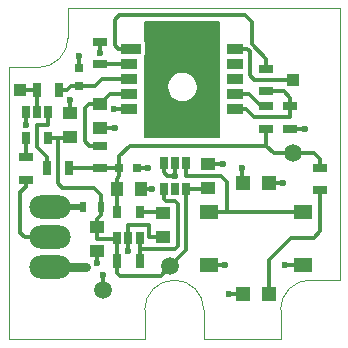
<source format=gbr>
G04 #@! TF.FileFunction,Copper,L1,Top,Signal*
%FSLAX46Y46*%
G04 Gerber Fmt 4.6, Leading zero omitted, Abs format (unit mm)*
G04 Created by KiCad (PCBNEW 4.0.7-e2-6376~61~ubuntu18.04.1) date Sat Feb  2 14:08:29 2019*
%MOMM*%
%LPD*%
G01*
G04 APERTURE LIST*
%ADD10C,0.100000*%
%ADD11R,1.422000X0.864000*%
%ADD12R,1.676000X0.864000*%
%ADD13R,0.650000X1.060000*%
%ADD14R,1.200000X1.200000*%
%ADD15R,0.500000X0.900000*%
%ADD16O,3.500000X2.000000*%
%ADD17R,1.550000X1.300000*%
%ADD18R,1.250000X1.000000*%
%ADD19R,1.000000X1.250000*%
%ADD20R,1.300000X0.700000*%
%ADD21R,0.700000X1.300000*%
%ADD22R,0.750000X0.800000*%
%ADD23R,0.800000X0.750000*%
%ADD24C,1.500000*%
%ADD25R,1.000000X1.000000*%
%ADD26C,0.600000*%
%ADD27C,0.350000*%
%ADD28C,0.300000*%
%ADD29C,0.750000*%
%ADD30C,0.500000*%
%ADD31C,0.200000*%
G04 APERTURE END LIST*
D10*
X116500000Y-125500000D02*
X116500000Y-128000000D01*
X111500000Y-125500000D02*
X111500000Y-128000000D01*
X114000000Y-123000000D02*
G75*
G03X111500000Y-125500000I0J-2500000D01*
G01*
X116500000Y-125500000D02*
G75*
G03X114000000Y-123000000I-2500000J0D01*
G01*
X100000000Y-128000000D02*
X111500000Y-128000000D01*
X105000000Y-100000000D02*
X128000000Y-100000000D01*
X128000000Y-123000000D02*
X128000000Y-100000000D01*
X116500000Y-128000000D02*
X123000000Y-128000000D01*
X100000000Y-128000000D02*
X100000000Y-105000000D01*
X100000000Y-105000000D02*
X102500000Y-105000000D01*
X105000000Y-102500000D02*
X105000000Y-100000000D01*
X105000000Y-102500000D02*
G75*
G02X102500000Y-105000000I-2500000J0D01*
G01*
X123000000Y-125500000D02*
G75*
G02X125500000Y-123000000I2500000J0D01*
G01*
X123000000Y-125500000D02*
X123000000Y-128000000D01*
X125500000Y-123000000D02*
X128000000Y-123000000D01*
D11*
X119177000Y-108505000D03*
X119177000Y-107235000D03*
X119177000Y-105965000D03*
X119177000Y-104695000D03*
X119177000Y-103425000D03*
X110199000Y-108505000D03*
X110199000Y-107235000D03*
X110199000Y-105965000D03*
X110199000Y-104695000D03*
D12*
X110371500Y-103425000D03*
D13*
X103312000Y-108755000D03*
X102362000Y-108755000D03*
X101412000Y-108755000D03*
X101412000Y-110955000D03*
X103312000Y-110955000D03*
X109159000Y-119464000D03*
X110109000Y-119464000D03*
X111059000Y-119464000D03*
X111059000Y-117264000D03*
X109159000Y-117264000D03*
D14*
X122004000Y-124206000D03*
X119804000Y-124206000D03*
X119804000Y-114808000D03*
X122004000Y-114808000D03*
D15*
X107811000Y-116840000D03*
X106311000Y-116840000D03*
D16*
X103505000Y-116840000D03*
X103505000Y-119380000D03*
X103505000Y-121920000D03*
D17*
X124884000Y-117257000D03*
X124884000Y-121757000D03*
X116924000Y-121757000D03*
X116924000Y-117257000D03*
D13*
X114996000Y-113073000D03*
X114046000Y-113073000D03*
X113096000Y-113073000D03*
X113096000Y-115273000D03*
X114996000Y-115273000D03*
X114046000Y-115273000D03*
D18*
X107696000Y-110093000D03*
X107696000Y-108093000D03*
X105156000Y-108855000D03*
X105156000Y-110855000D03*
X116840000Y-113173000D03*
X116840000Y-115173000D03*
X113030000Y-117364000D03*
X113030000Y-119364000D03*
D19*
X109172500Y-115316000D03*
X111172500Y-115316000D03*
D20*
X121793000Y-110170000D03*
X121793000Y-108270000D03*
X121793000Y-106995000D03*
X121793000Y-105095000D03*
X123825000Y-108270000D03*
X123825000Y-110170000D03*
D21*
X104264500Y-106870500D03*
X102364500Y-106870500D03*
D20*
X101409500Y-112588000D03*
X101409500Y-114488000D03*
D21*
X105090000Y-113538000D03*
X103190000Y-113538000D03*
X111059000Y-121412000D03*
X109159000Y-121412000D03*
D20*
X126365000Y-115377000D03*
X126365000Y-113477000D03*
X107696000Y-102809000D03*
X107696000Y-104709000D03*
D18*
X107442000Y-118507000D03*
X107442000Y-120507000D03*
D22*
X105918000Y-105041000D03*
X105918000Y-106541000D03*
D23*
X110859000Y-113538000D03*
X109359000Y-113538000D03*
D20*
X107696000Y-111635500D03*
X107696000Y-113535500D03*
D24*
X113665000Y-121793000D03*
X124079000Y-112268000D03*
X107950000Y-123825000D03*
D25*
X100965000Y-106870500D03*
X124079000Y-106045000D03*
D26*
X116967000Y-105918000D03*
X116967000Y-108712000D03*
X115443000Y-108712000D03*
X113919000Y-108712000D03*
X112395000Y-108712000D03*
X112395000Y-105918000D03*
X112395000Y-103378000D03*
X113919000Y-103378000D03*
X115443000Y-103378000D03*
X116967000Y-103378000D03*
X101412000Y-109855000D03*
X108919000Y-108505000D03*
X118618000Y-124206000D03*
X125031500Y-110172500D03*
X107950000Y-122555000D03*
X107442000Y-121539000D03*
X118328000Y-121757000D03*
X123408000Y-121757000D03*
X123190000Y-114808000D03*
X114046000Y-114173000D03*
X105791000Y-121920000D03*
X106553000Y-121920000D03*
X111760000Y-113538000D03*
X112141000Y-115316000D03*
X118110000Y-113157000D03*
X108950000Y-110093000D03*
X105156000Y-107759500D03*
X105918000Y-104013000D03*
X110109000Y-120523000D03*
X119761000Y-113538000D03*
X107696000Y-103759000D03*
D27*
X107811000Y-115824000D02*
X107811000Y-115812000D01*
X107811000Y-115812000D02*
X107188000Y-115189000D01*
X104140000Y-114808000D02*
X104140000Y-110955000D01*
X104521000Y-115189000D02*
X107188000Y-115189000D01*
X104140000Y-114808000D02*
X104521000Y-115189000D01*
X113665000Y-121793000D02*
X114996000Y-120462000D01*
X114996000Y-120462000D02*
X114996000Y-115273000D01*
X113665000Y-121793000D02*
X112839500Y-122618500D01*
X109159000Y-122367000D02*
X109159000Y-121412000D01*
X109410500Y-122618500D02*
X109159000Y-122367000D01*
X112839500Y-122618500D02*
X109410500Y-122618500D01*
X107811000Y-116840000D02*
X107811000Y-117487000D01*
X107442000Y-117856000D02*
X107442000Y-118507000D01*
X107811000Y-117487000D02*
X107442000Y-117856000D01*
X107442000Y-118507000D02*
X107442000Y-119523000D01*
X107442000Y-119523000D02*
X109100000Y-119523000D01*
X107811000Y-116840000D02*
X107811000Y-115824000D01*
X116740000Y-115273000D02*
X116840000Y-115173000D01*
X114996000Y-115273000D02*
X116740000Y-115273000D01*
X116840000Y-115173000D02*
X116824000Y-115189000D01*
X109159000Y-119464000D02*
X109159000Y-121412000D01*
X109100000Y-119523000D02*
X109159000Y-119464000D01*
X103312000Y-110955000D02*
X104140000Y-110955000D01*
X104140000Y-110955000D02*
X105056000Y-110955000D01*
X105056000Y-110955000D02*
X105156000Y-110855000D01*
X124079000Y-112268000D02*
X125857000Y-112268000D01*
X126365000Y-112776000D02*
X126365000Y-113477000D01*
X125857000Y-112268000D02*
X126365000Y-112776000D01*
X124079000Y-112268000D02*
X122428000Y-112268000D01*
X122428000Y-112268000D02*
X121793000Y-111633000D01*
X121793000Y-110170000D02*
X121793000Y-111633000D01*
X110236000Y-111633000D02*
X121793000Y-111633000D01*
X107693500Y-113538000D02*
X107696000Y-113535500D01*
X107698500Y-113538000D02*
X107696000Y-113535500D01*
X109359000Y-113538000D02*
X109359000Y-114224500D01*
X109359000Y-114224500D02*
X109172500Y-114411000D01*
X109172500Y-114411000D02*
X109172500Y-115316000D01*
X109359000Y-112510000D02*
X110236000Y-111633000D01*
X109359000Y-112510000D02*
X109359000Y-113538000D01*
X105090000Y-113538000D02*
X107693500Y-113538000D01*
X109359000Y-113538000D02*
X107698500Y-113538000D01*
X109159000Y-117264000D02*
X109159000Y-115329500D01*
X109159000Y-115329500D02*
X109172500Y-115316000D01*
D28*
X104264500Y-106870500D02*
X104902000Y-106870500D01*
X105231500Y-106541000D02*
X105918000Y-106541000D01*
X104902000Y-106870500D02*
X105231500Y-106541000D01*
X107327000Y-106541000D02*
X105918000Y-106541000D01*
X107903000Y-105965000D02*
X107327000Y-106541000D01*
D27*
X105906000Y-106553000D02*
X105918000Y-106541000D01*
D28*
X110199000Y-105965000D02*
X107903000Y-105965000D01*
X120396000Y-103647820D02*
X120173180Y-103425000D01*
X119177000Y-103425000D02*
X120173180Y-103425000D01*
X120777000Y-106045000D02*
X124079000Y-106045000D01*
X120777000Y-106045000D02*
X120396000Y-105664000D01*
X120396000Y-105664000D02*
X120396000Y-103647820D01*
D27*
X101412000Y-108755000D02*
X101412000Y-109855000D01*
X108919000Y-108505000D02*
X110199000Y-108505000D01*
X119804000Y-124206000D02*
X118618000Y-124206000D01*
X123825000Y-110170000D02*
X125029000Y-110170000D01*
X125029000Y-110170000D02*
X125031500Y-110172500D01*
X107950000Y-123825000D02*
X107950000Y-122555000D01*
X107442000Y-120507000D02*
X107442000Y-121539000D01*
D28*
X111887000Y-118364000D02*
X111887000Y-119364000D01*
X113030000Y-119364000D02*
X111887000Y-119364000D01*
X110109000Y-118364000D02*
X111887000Y-118364000D01*
X110109000Y-119464000D02*
X110109000Y-118364000D01*
D27*
X116924000Y-121757000D02*
X118328000Y-121757000D01*
X124884000Y-121757000D02*
X123408000Y-121757000D01*
X122004000Y-114808000D02*
X123190000Y-114808000D01*
D28*
X114046000Y-114173000D02*
X113411000Y-114173000D01*
X113096000Y-113858000D02*
X113096000Y-113073000D01*
X113411000Y-114173000D02*
X113096000Y-113858000D01*
D29*
X106553000Y-121920000D02*
X105791000Y-121920000D01*
X105791000Y-121920000D02*
X103505000Y-121920000D01*
D27*
X110859000Y-113538000D02*
X111760000Y-113538000D01*
X111172500Y-115316000D02*
X112141000Y-115316000D01*
X116840000Y-113173000D02*
X118094000Y-113173000D01*
X114046000Y-114173000D02*
X114046000Y-114173000D01*
X114046000Y-114173000D02*
X114046000Y-113073000D01*
X107696000Y-110093000D02*
X108950000Y-110093000D01*
X105156000Y-108855000D02*
X105156000Y-107759500D01*
X105918000Y-105041000D02*
X105918000Y-104013000D01*
X110109000Y-119464000D02*
X110109000Y-120523000D01*
D30*
X103505000Y-116840000D02*
X106311000Y-116840000D01*
D28*
X119177000Y-107235000D02*
X120316000Y-107235000D01*
X120316000Y-107235000D02*
X121351000Y-108270000D01*
X121351000Y-108270000D02*
X121793000Y-108270000D01*
X121793000Y-105095000D02*
X121793000Y-104267000D01*
X121793000Y-104267000D02*
X120562090Y-103036090D01*
X120562090Y-103036090D02*
X120562090Y-101131090D01*
X120562090Y-101131090D02*
X120015000Y-100584000D01*
X110371500Y-103425000D02*
X109267000Y-103425000D01*
X108966000Y-100965000D02*
X108966000Y-103124000D01*
X120015000Y-100584000D02*
X109347000Y-100584000D01*
X109347000Y-100584000D02*
X108966000Y-100965000D01*
X108966000Y-103124000D02*
X109267000Y-103425000D01*
X123251000Y-106995000D02*
X121793000Y-106995000D01*
X123825000Y-108270000D02*
X123825000Y-107569000D01*
X123825000Y-107569000D02*
X123251000Y-106995000D01*
X123825000Y-108270000D02*
X123825000Y-109220000D01*
X120062000Y-108505000D02*
X119177000Y-108505000D01*
X120777000Y-109220000D02*
X120062000Y-108505000D01*
X123825000Y-109220000D02*
X120777000Y-109220000D01*
D27*
X101409500Y-114488000D02*
X101409500Y-115125500D01*
X101409500Y-115125500D02*
X100965000Y-115570000D01*
X103505000Y-119380000D02*
X101346000Y-119380000D01*
X100965000Y-115570000D02*
X100965000Y-118999000D01*
X100965000Y-118999000D02*
X101346000Y-119380000D01*
D28*
X102364500Y-106870500D02*
X100965000Y-106870500D01*
X102364500Y-106870500D02*
X102364500Y-108752500D01*
D27*
X102364500Y-108752500D02*
X102362000Y-108755000D01*
D28*
X111059000Y-120396000D02*
X114046000Y-120396000D01*
X113096000Y-116144000D02*
X113096000Y-115273000D01*
X113284000Y-116332000D02*
X113096000Y-116144000D01*
X114046000Y-116332000D02*
X113284000Y-116332000D01*
X114300000Y-116586000D02*
X114046000Y-116332000D01*
X114300000Y-120142000D02*
X114300000Y-116586000D01*
X114046000Y-120396000D02*
X114300000Y-120142000D01*
D27*
X111059000Y-119464000D02*
X111059000Y-120396000D01*
X111059000Y-120396000D02*
X111059000Y-121412000D01*
D28*
X101412000Y-110955000D02*
X101412000Y-112585500D01*
D27*
X101412000Y-112585500D02*
X101409500Y-112588000D01*
X126365000Y-115377000D02*
X126365000Y-118872000D01*
X122004000Y-121412000D02*
X122004000Y-121328000D01*
X122004000Y-121412000D02*
X122004000Y-124206000D01*
X122004000Y-121328000D02*
X123888500Y-119443500D01*
X123888500Y-119443500D02*
X125793500Y-119443500D01*
X125793500Y-119443500D02*
X126365000Y-118872000D01*
X119761000Y-114765000D02*
X119761000Y-113538000D01*
D28*
X107696000Y-103759000D02*
X107696000Y-102809000D01*
D27*
X119761000Y-114765000D02*
X119804000Y-114808000D01*
X107710000Y-104695000D02*
X107696000Y-104709000D01*
D28*
X110199000Y-104695000D02*
X107710000Y-104695000D01*
X111059000Y-117264000D02*
X112930000Y-117264000D01*
X112930000Y-117264000D02*
X113030000Y-117364000D01*
X103190000Y-112588000D02*
X102362000Y-111760000D01*
X103190000Y-113538000D02*
X103190000Y-112588000D01*
X103309500Y-109855000D02*
X102362000Y-109855000D01*
X102362000Y-109855000D02*
X102362000Y-111760000D01*
X103312000Y-109852500D02*
X103312000Y-108755000D01*
X114996000Y-113073000D02*
X114996000Y-114173000D01*
X114996000Y-114173000D02*
X117983000Y-114173000D01*
X118491000Y-114681000D02*
X117983000Y-114173000D01*
X118491000Y-114681000D02*
X118491000Y-117257000D01*
X116924000Y-117257000D02*
X118491000Y-117257000D01*
X118491000Y-117257000D02*
X124884000Y-117257000D01*
D27*
X107696000Y-111635500D02*
X106809500Y-111635500D01*
X106809500Y-111635500D02*
X106426000Y-111252000D01*
X106426000Y-111252000D02*
X106426000Y-108458000D01*
X106426000Y-108458000D02*
X106791000Y-108093000D01*
X107696000Y-108093000D02*
X106791000Y-108093000D01*
X108554000Y-107235000D02*
X107696000Y-108093000D01*
X110199000Y-107235000D02*
X108554000Y-107235000D01*
X107696000Y-108093000D02*
X107680000Y-108093000D01*
D31*
G36*
X117800000Y-110900000D02*
X111550000Y-110900000D01*
X111550000Y-106763383D01*
X113397306Y-106763383D01*
X113442938Y-107012016D01*
X113535995Y-107247050D01*
X113672931Y-107459534D01*
X113848531Y-107641373D01*
X114056106Y-107785641D01*
X114287750Y-107886844D01*
X114534639Y-107941126D01*
X114787369Y-107946420D01*
X115036315Y-107902524D01*
X115271993Y-107811110D01*
X115485428Y-107675661D01*
X115668488Y-107501335D01*
X115814202Y-107294772D01*
X115917019Y-107063840D01*
X115973024Y-106817336D01*
X115977055Y-106528607D01*
X115927956Y-106280635D01*
X115831626Y-106046923D01*
X115691737Y-105836372D01*
X115513615Y-105657003D01*
X115304046Y-105515647D01*
X115071012Y-105417688D01*
X114823389Y-105366858D01*
X114570609Y-105365094D01*
X114322301Y-105412461D01*
X114087922Y-105507156D01*
X113876400Y-105645573D01*
X113695791Y-105822438D01*
X113552975Y-106031015D01*
X113453392Y-106263359D01*
X113400835Y-106510621D01*
X113397306Y-106763383D01*
X111550000Y-106763383D01*
X111550000Y-104069963D01*
X111595522Y-103968976D01*
X111611435Y-103857000D01*
X111611435Y-102993000D01*
X111606355Y-102929302D01*
X111572898Y-102821262D01*
X111550000Y-102786513D01*
X111550000Y-101134000D01*
X117800000Y-101134000D01*
X117800000Y-110900000D01*
X117800000Y-110900000D01*
G37*
X117800000Y-110900000D02*
X111550000Y-110900000D01*
X111550000Y-106763383D01*
X113397306Y-106763383D01*
X113442938Y-107012016D01*
X113535995Y-107247050D01*
X113672931Y-107459534D01*
X113848531Y-107641373D01*
X114056106Y-107785641D01*
X114287750Y-107886844D01*
X114534639Y-107941126D01*
X114787369Y-107946420D01*
X115036315Y-107902524D01*
X115271993Y-107811110D01*
X115485428Y-107675661D01*
X115668488Y-107501335D01*
X115814202Y-107294772D01*
X115917019Y-107063840D01*
X115973024Y-106817336D01*
X115977055Y-106528607D01*
X115927956Y-106280635D01*
X115831626Y-106046923D01*
X115691737Y-105836372D01*
X115513615Y-105657003D01*
X115304046Y-105515647D01*
X115071012Y-105417688D01*
X114823389Y-105366858D01*
X114570609Y-105365094D01*
X114322301Y-105412461D01*
X114087922Y-105507156D01*
X113876400Y-105645573D01*
X113695791Y-105822438D01*
X113552975Y-106031015D01*
X113453392Y-106263359D01*
X113400835Y-106510621D01*
X113397306Y-106763383D01*
X111550000Y-106763383D01*
X111550000Y-104069963D01*
X111595522Y-103968976D01*
X111611435Y-103857000D01*
X111611435Y-102993000D01*
X111606355Y-102929302D01*
X111572898Y-102821262D01*
X111550000Y-102786513D01*
X111550000Y-101134000D01*
X117800000Y-101134000D01*
X117800000Y-110900000D01*
M02*

</source>
